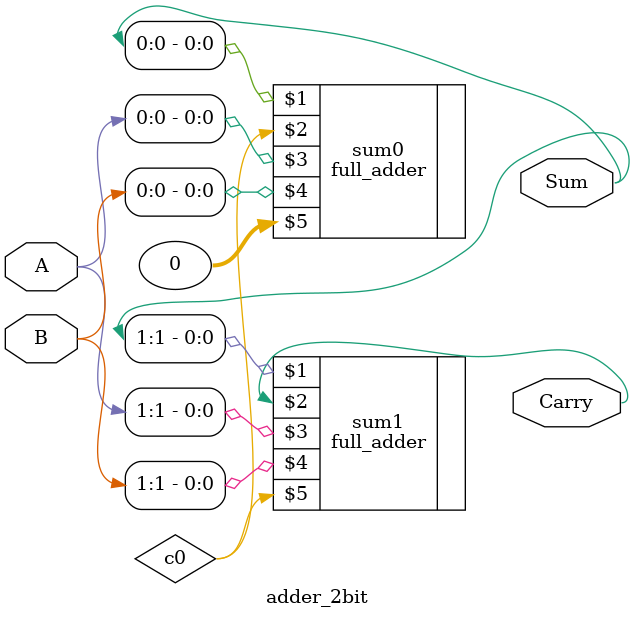
<source format=v>
`timescale 1ns/1ps

module adder_2bit(Carry, Sum, A, B);
    //declare input and output ports
    input wire [1:0] A, B;
    output wire [1:0] Sum;
    wire c0;
    output wire Carry;
    
    //instantiate 2 bit adder
    full_adder sum0(Sum[0], c0, A[0], B[0], 0);
    full_adder sum1(Sum[1],Carry, A[1], B[1], c0);
    
endmodule
    
</source>
